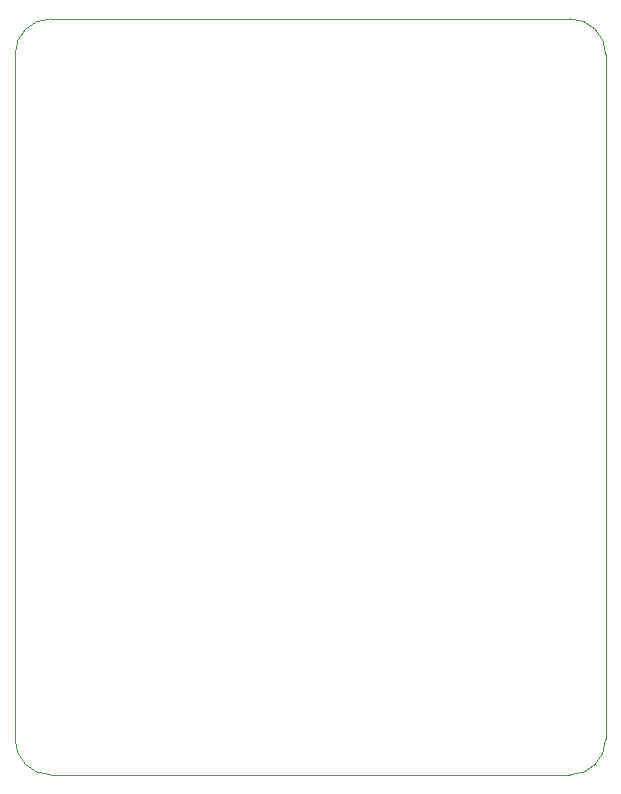
<source format=gm1>
%TF.GenerationSoftware,KiCad,Pcbnew,8.0.7*%
%TF.CreationDate,2025-02-08T20:50:40+05:30*%
%TF.ProjectId,AOS16 Double Buffer,414f5331-3620-4446-9f75-626c65204275,rev?*%
%TF.SameCoordinates,Original*%
%TF.FileFunction,Profile,NP*%
%FSLAX46Y46*%
G04 Gerber Fmt 4.6, Leading zero omitted, Abs format (unit mm)*
G04 Created by KiCad (PCBNEW 8.0.7) date 2025-02-08 20:50:40*
%MOMM*%
%LPD*%
G01*
G04 APERTURE LIST*
%TA.AperFunction,Profile*%
%ADD10C,0.050000*%
%TD*%
G04 APERTURE END LIST*
D10*
X35500000Y-86000000D02*
G75*
G02*
X32500000Y-83000000I0J3000000D01*
G01*
X32500000Y-25000000D02*
G75*
G02*
X35500000Y-22000000I3000000J0D01*
G01*
X79500000Y-22000000D02*
G75*
G02*
X82500000Y-25000000I0J-3000000D01*
G01*
X32500000Y-25000000D02*
X32500000Y-83000000D01*
X79500000Y-22000000D02*
X35500000Y-22000000D01*
X82500000Y-83000000D02*
X82500000Y-25000000D01*
X82500000Y-83000000D02*
G75*
G02*
X79500000Y-86000000I-3000000J0D01*
G01*
X35500000Y-86000000D02*
X79500000Y-86000000D01*
M02*

</source>
